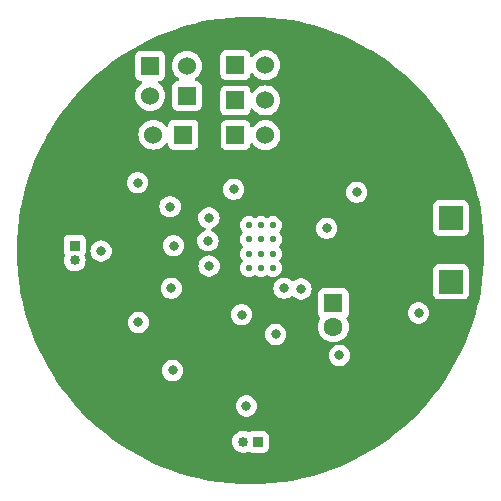
<source format=gbr>
%TF.GenerationSoftware,KiCad,Pcbnew,7.0.7*%
%TF.CreationDate,2024-10-25T00:06:54-07:00*%
%TF.ProjectId,PowerBoard_rev1.1,506f7765-7242-46f6-9172-645f72657631,rev?*%
%TF.SameCoordinates,Original*%
%TF.FileFunction,Copper,L3,Inr*%
%TF.FilePolarity,Positive*%
%FSLAX46Y46*%
G04 Gerber Fmt 4.6, Leading zero omitted, Abs format (unit mm)*
G04 Created by KiCad (PCBNEW 7.0.7) date 2024-10-25 00:06:54*
%MOMM*%
%LPD*%
G01*
G04 APERTURE LIST*
%TA.AperFunction,ComponentPad*%
%ADD10R,1.600000X1.600000*%
%TD*%
%TA.AperFunction,ComponentPad*%
%ADD11C,1.600000*%
%TD*%
%TA.AperFunction,ComponentPad*%
%ADD12R,1.530000X1.530000*%
%TD*%
%TA.AperFunction,ComponentPad*%
%ADD13C,1.530000*%
%TD*%
%TA.AperFunction,ComponentPad*%
%ADD14C,0.550000*%
%TD*%
%TA.AperFunction,ComponentPad*%
%ADD15R,0.850000X0.850000*%
%TD*%
%TA.AperFunction,ComponentPad*%
%ADD16C,0.850000*%
%TD*%
%TA.AperFunction,ComponentPad*%
%ADD17R,2.000000X2.000000*%
%TD*%
%TA.AperFunction,ViaPad*%
%ADD18C,0.800000*%
%TD*%
G04 APERTURE END LIST*
D10*
%TO.N,+BATT*%
%TO.C,C2*%
X149250400Y-80721200D03*
D11*
%TO.N,GND*%
X149250400Y-82721200D03*
%TD*%
D12*
%TO.N,Net-(U1-BOUT1)*%
%TO.C,J1*%
X140958500Y-60553600D03*
D13*
%TO.N,Net-(U1-BOUT2)*%
X143498500Y-60553600D03*
%TD*%
D12*
%TO.N,DRV_FAULT*%
%TO.C,J6*%
X133745700Y-60608900D03*
D13*
%TO.N,DRV_SLEEP*%
X133745700Y-63148900D03*
%TD*%
D14*
%TO.N,N/C*%
%TO.C,U1*%
X142119600Y-74117200D03*
X142119600Y-75317200D03*
X142119600Y-76517200D03*
X142119600Y-77717200D03*
X143119600Y-74117200D03*
X143119600Y-75317200D03*
X143119600Y-76517200D03*
X143119600Y-77717200D03*
X144119600Y-74117200D03*
X144119600Y-75317200D03*
X144119600Y-76517200D03*
X144119600Y-77717200D03*
%TD*%
D12*
%TO.N,MOTOR1_AIN2*%
%TO.C,J4*%
X136550400Y-66446400D03*
D13*
%TO.N,MOTOR1_AIN1*%
X134010400Y-66446400D03*
%TD*%
D12*
%TO.N,Net-(U1-AOUT1)*%
%TO.C,J2*%
X140958500Y-63550800D03*
D13*
%TO.N,Net-(U1-AOUT2)*%
X143498500Y-63550800D03*
%TD*%
D12*
%TO.N,GND*%
%TO.C,J3*%
X140965700Y-66486400D03*
D13*
%TO.N,VDC*%
X143505700Y-66486400D03*
%TD*%
D12*
%TO.N,MOTOR2_BIN2*%
%TO.C,J5*%
X136855700Y-63163900D03*
D13*
%TO.N,MOTOR2_BIN1*%
X136855700Y-60623900D03*
%TD*%
D15*
%TO.N,+BATT*%
%TO.C,J8*%
X127355600Y-75844400D03*
D16*
%TO.N,GND*%
X127355600Y-77094400D03*
%TD*%
D17*
%TO.N,Net-(D12-K)*%
%TO.C,TP6*%
X159207200Y-78892400D03*
%TD*%
D15*
%TO.N,+BATT*%
%TO.C,J7*%
X142864999Y-92448800D03*
D16*
%TO.N,GND*%
X141614999Y-92448800D03*
%TD*%
D17*
%TO.N,Net-(D11-K)*%
%TO.C,TP5*%
X159207200Y-73507600D03*
%TD*%
D18*
%TO.N,GND*%
X148691600Y-74371200D03*
X149758400Y-85140800D03*
X151231600Y-71323200D03*
X144373600Y-83362800D03*
X135636000Y-86410800D03*
X141884400Y-89408000D03*
X141478000Y-81686400D03*
X132740400Y-82346800D03*
X132689600Y-70510400D03*
X156464000Y-81534000D03*
X129590800Y-76301600D03*
X135534400Y-79451200D03*
X135432800Y-72542400D03*
%TO.N,MOTOR2_BIN2*%
X146507200Y-79502000D03*
%TO.N,MOTOR2_BIN1*%
X145084800Y-79451200D03*
%TO.N,VCC*%
X151739600Y-68580000D03*
X139344400Y-88087200D03*
X130048000Y-74930000D03*
X153365200Y-84124800D03*
X156057600Y-70510400D03*
%TO.N,Net-(U1-BOUT1)*%
X140817600Y-71069200D03*
X138734800Y-77571600D03*
%TO.N,Net-(U1-BOUT2)*%
X135737600Y-75844400D03*
%TO.N,Net-(U1-AOUT1)*%
X138709400Y-73482200D03*
%TO.N,Net-(U1-AOUT2)*%
X138632700Y-75431900D03*
%TD*%
%TA.AperFunction,Conductor*%
%TO.N,VCC*%
G36*
X143125523Y-56471206D02*
G01*
X143128212Y-56471327D01*
X144012060Y-56530918D01*
X144014716Y-56531157D01*
X144894991Y-56630340D01*
X144897651Y-56630701D01*
X145772572Y-56769275D01*
X145775226Y-56769757D01*
X146643028Y-56947440D01*
X146645712Y-56948054D01*
X147300917Y-57113150D01*
X147438404Y-57147794D01*
X147504625Y-57164480D01*
X147507300Y-57165218D01*
X148355634Y-57419962D01*
X148358244Y-57420811D01*
X149194317Y-57713366D01*
X149196922Y-57714344D01*
X150018970Y-58044091D01*
X150021522Y-58045181D01*
X150828005Y-58411503D01*
X150830474Y-58412693D01*
X151619691Y-58814819D01*
X151622141Y-58816137D01*
X152392501Y-59253255D01*
X152394890Y-59254682D01*
X152448076Y-59288101D01*
X153025257Y-59650768D01*
X153144879Y-59725931D01*
X153147188Y-59727455D01*
X153524324Y-59988736D01*
X153875276Y-60231876D01*
X153877527Y-60233512D01*
X154582259Y-60770096D01*
X154584407Y-60771810D01*
X155264358Y-61339473D01*
X155266453Y-61341304D01*
X155920239Y-61938890D01*
X155922250Y-61940813D01*
X156548551Y-62567114D01*
X156550474Y-62569125D01*
X157148060Y-63222911D01*
X157149891Y-63225006D01*
X157717554Y-63904957D01*
X157719272Y-63907111D01*
X157979620Y-64249043D01*
X158255852Y-64611837D01*
X158257488Y-64614088D01*
X158699902Y-65252675D01*
X158761900Y-65342163D01*
X158763433Y-65344485D01*
X159234682Y-66094474D01*
X159236109Y-66096863D01*
X159673227Y-66867223D01*
X159674545Y-66869673D01*
X160076671Y-67658890D01*
X160077870Y-67661378D01*
X160118987Y-67751900D01*
X160444180Y-68467836D01*
X160445273Y-68470394D01*
X160775020Y-69292442D01*
X160775998Y-69295047D01*
X161068553Y-70131120D01*
X161069410Y-70133757D01*
X161114841Y-70285048D01*
X161324143Y-70982056D01*
X161324884Y-70984739D01*
X161541310Y-71843652D01*
X161541930Y-71846365D01*
X161719602Y-72714111D01*
X161720095Y-72716828D01*
X161847381Y-73520477D01*
X161858657Y-73591671D01*
X161859028Y-73594411D01*
X161947122Y-74376261D01*
X161958202Y-74474601D01*
X161958449Y-74477344D01*
X162018034Y-75361102D01*
X162018159Y-75363882D01*
X162038033Y-76249408D01*
X162038033Y-76252192D01*
X162018159Y-77137717D01*
X162018034Y-77140491D01*
X161958449Y-78024251D01*
X161958202Y-78026995D01*
X161864529Y-78858378D01*
X161859031Y-78907170D01*
X161858657Y-78909928D01*
X161736869Y-79678871D01*
X161720099Y-79784750D01*
X161719602Y-79787488D01*
X161541930Y-80655234D01*
X161541310Y-80657947D01*
X161324884Y-81516860D01*
X161324143Y-81519543D01*
X161069413Y-82367833D01*
X161068553Y-82370479D01*
X160775998Y-83206552D01*
X160775020Y-83209157D01*
X160445273Y-84031205D01*
X160444180Y-84033763D01*
X160077879Y-84840202D01*
X160076671Y-84842709D01*
X159674545Y-85631926D01*
X159673227Y-85634376D01*
X159236109Y-86404736D01*
X159234682Y-86407125D01*
X158763433Y-87157114D01*
X158761900Y-87159436D01*
X158257488Y-87887511D01*
X158255852Y-87889762D01*
X157719289Y-88594467D01*
X157717554Y-88596642D01*
X157149891Y-89276593D01*
X157148060Y-89278688D01*
X156550474Y-89932474D01*
X156548551Y-89934485D01*
X155922250Y-90560786D01*
X155920239Y-90562709D01*
X155266453Y-91160295D01*
X155264358Y-91162126D01*
X154584407Y-91729789D01*
X154582232Y-91731524D01*
X153877527Y-92268087D01*
X153875276Y-92269723D01*
X153147201Y-92774135D01*
X153144879Y-92775668D01*
X152394890Y-93246917D01*
X152392501Y-93248344D01*
X151622141Y-93685462D01*
X151619691Y-93686780D01*
X150830474Y-94088906D01*
X150827967Y-94090114D01*
X150021528Y-94456415D01*
X150018970Y-94457508D01*
X149196922Y-94787255D01*
X149194317Y-94788233D01*
X148358244Y-95080788D01*
X148355598Y-95081648D01*
X147507308Y-95336378D01*
X147504625Y-95337119D01*
X146645712Y-95553545D01*
X146642999Y-95554165D01*
X145775253Y-95731837D01*
X145772528Y-95732331D01*
X145040861Y-95848216D01*
X144897693Y-95870892D01*
X144894947Y-95871264D01*
X144014763Y-95970437D01*
X144012016Y-95970684D01*
X143128256Y-96030269D01*
X143125482Y-96030394D01*
X142239955Y-96050268D01*
X142237173Y-96050268D01*
X141351647Y-96030394D01*
X141348875Y-96030269D01*
X140465109Y-95970684D01*
X140462373Y-95970437D01*
X139582176Y-95871263D01*
X139579440Y-95870892D01*
X138704593Y-95732330D01*
X138701876Y-95731837D01*
X137834130Y-95554165D01*
X137831417Y-95553545D01*
X136972504Y-95337119D01*
X136969821Y-95336378D01*
X136370166Y-95156309D01*
X136121522Y-95081645D01*
X136118885Y-95080788D01*
X135282812Y-94788233D01*
X135280207Y-94787255D01*
X134458159Y-94457508D01*
X134455601Y-94456415D01*
X134094309Y-94292308D01*
X133649143Y-94090105D01*
X133646655Y-94088906D01*
X132857438Y-93686780D01*
X132854988Y-93685462D01*
X132084628Y-93248344D01*
X132082239Y-93246917D01*
X131332250Y-92775668D01*
X131329928Y-92774135D01*
X130860335Y-92448800D01*
X140684401Y-92448800D01*
X140704737Y-92642283D01*
X140764855Y-92827310D01*
X140764856Y-92827311D01*
X140819331Y-92921664D01*
X140862129Y-92995792D01*
X140907475Y-93046154D01*
X140992301Y-93140364D01*
X140992304Y-93140366D01*
X140992307Y-93140369D01*
X141110351Y-93226133D01*
X141149701Y-93254723D01*
X141195252Y-93275003D01*
X141327428Y-93333851D01*
X141517725Y-93374300D01*
X141712273Y-93374300D01*
X141902570Y-93333851D01*
X142034746Y-93275002D01*
X142103994Y-93265719D01*
X142159490Y-93289016D01*
X142197667Y-93317595D01*
X142197670Y-93317597D01*
X142332516Y-93367891D01*
X142332515Y-93367891D01*
X142339443Y-93368635D01*
X142392126Y-93374300D01*
X143337871Y-93374299D01*
X143397482Y-93367891D01*
X143532330Y-93317596D01*
X143647545Y-93231346D01*
X143733795Y-93116131D01*
X143784090Y-92981283D01*
X143790499Y-92921673D01*
X143790498Y-91975928D01*
X143784090Y-91916317D01*
X143778678Y-91901808D01*
X143733796Y-91781471D01*
X143733792Y-91781464D01*
X143647546Y-91666255D01*
X143647543Y-91666252D01*
X143532334Y-91580006D01*
X143532327Y-91580002D01*
X143397481Y-91529708D01*
X143397482Y-91529708D01*
X143337882Y-91523301D01*
X143337880Y-91523300D01*
X143337872Y-91523300D01*
X143337863Y-91523300D01*
X142392128Y-91523300D01*
X142392122Y-91523301D01*
X142332515Y-91529708D01*
X142197670Y-91580002D01*
X142197664Y-91580005D01*
X142159488Y-91608584D01*
X142094024Y-91633000D01*
X142034744Y-91622596D01*
X141939084Y-91580006D01*
X141902570Y-91563749D01*
X141902568Y-91563748D01*
X141712273Y-91523300D01*
X141517725Y-91523300D01*
X141327430Y-91563748D01*
X141149701Y-91642876D01*
X140992304Y-91757233D01*
X140992301Y-91757235D01*
X140862128Y-91901809D01*
X140764856Y-92070288D01*
X140764855Y-92070289D01*
X140704737Y-92255316D01*
X140684401Y-92448800D01*
X130860335Y-92448800D01*
X130601853Y-92269723D01*
X130599602Y-92268087D01*
X130215883Y-91975923D01*
X129894876Y-91731507D01*
X129892722Y-91729789D01*
X129212771Y-91162126D01*
X129210676Y-91160295D01*
X128556890Y-90562709D01*
X128554879Y-90560786D01*
X127928578Y-89934485D01*
X127926655Y-89932474D01*
X127447265Y-89408000D01*
X140978940Y-89408000D01*
X140998726Y-89596256D01*
X140998727Y-89596259D01*
X141057218Y-89776277D01*
X141057221Y-89776284D01*
X141151867Y-89940216D01*
X141256379Y-90056288D01*
X141278529Y-90080888D01*
X141431665Y-90192148D01*
X141431670Y-90192151D01*
X141604592Y-90269142D01*
X141604597Y-90269144D01*
X141789754Y-90308500D01*
X141789755Y-90308500D01*
X141979044Y-90308500D01*
X141979046Y-90308500D01*
X142164203Y-90269144D01*
X142337130Y-90192151D01*
X142490271Y-90080888D01*
X142616933Y-89940216D01*
X142711579Y-89776284D01*
X142770074Y-89596256D01*
X142789860Y-89408000D01*
X142770074Y-89219744D01*
X142711579Y-89039716D01*
X142616933Y-88875784D01*
X142490271Y-88735112D01*
X142490270Y-88735111D01*
X142337134Y-88623851D01*
X142337129Y-88623848D01*
X142164207Y-88546857D01*
X142164202Y-88546855D01*
X142018400Y-88515865D01*
X141979046Y-88507500D01*
X141789754Y-88507500D01*
X141757297Y-88514398D01*
X141604597Y-88546855D01*
X141604592Y-88546857D01*
X141431670Y-88623848D01*
X141431665Y-88623851D01*
X141278529Y-88735111D01*
X141151866Y-88875785D01*
X141057221Y-89039715D01*
X141057218Y-89039722D01*
X140998727Y-89219740D01*
X140998726Y-89219744D01*
X140978940Y-89408000D01*
X127447265Y-89408000D01*
X127329069Y-89278688D01*
X127327238Y-89276593D01*
X126759575Y-88596642D01*
X126757861Y-88594494D01*
X126221277Y-87889762D01*
X126219641Y-87887511D01*
X125793175Y-87271944D01*
X125715220Y-87159423D01*
X125713696Y-87157114D01*
X125667559Y-87083688D01*
X125244756Y-86410800D01*
X134730540Y-86410800D01*
X134750326Y-86599056D01*
X134750327Y-86599059D01*
X134808818Y-86779077D01*
X134808821Y-86779084D01*
X134903467Y-86943016D01*
X135030128Y-87083688D01*
X135030129Y-87083688D01*
X135183265Y-87194948D01*
X135183270Y-87194951D01*
X135356192Y-87271942D01*
X135356197Y-87271944D01*
X135541354Y-87311300D01*
X135541355Y-87311300D01*
X135730644Y-87311300D01*
X135730646Y-87311300D01*
X135915803Y-87271944D01*
X136088730Y-87194951D01*
X136241871Y-87083688D01*
X136368533Y-86943016D01*
X136463179Y-86779084D01*
X136521674Y-86599056D01*
X136541460Y-86410800D01*
X136521674Y-86222544D01*
X136463179Y-86042516D01*
X136368533Y-85878584D01*
X136241871Y-85737912D01*
X136191863Y-85701579D01*
X136088734Y-85626651D01*
X136088729Y-85626648D01*
X135915807Y-85549657D01*
X135915802Y-85549655D01*
X135770001Y-85518665D01*
X135730646Y-85510300D01*
X135541354Y-85510300D01*
X135508897Y-85517198D01*
X135356197Y-85549655D01*
X135356192Y-85549657D01*
X135183270Y-85626648D01*
X135183265Y-85626651D01*
X135030129Y-85737911D01*
X134903466Y-85878585D01*
X134808821Y-86042515D01*
X134808818Y-86042522D01*
X134750327Y-86222540D01*
X134750326Y-86222544D01*
X134730540Y-86410800D01*
X125244756Y-86410800D01*
X125242447Y-86407125D01*
X125241020Y-86404736D01*
X124968780Y-85924951D01*
X124803896Y-85634366D01*
X124802584Y-85631926D01*
X124552343Y-85140800D01*
X148852940Y-85140800D01*
X148872726Y-85329056D01*
X148872727Y-85329059D01*
X148931218Y-85509077D01*
X148931221Y-85509084D01*
X149025867Y-85673016D01*
X149084299Y-85737911D01*
X149152529Y-85813688D01*
X149305665Y-85924948D01*
X149305670Y-85924951D01*
X149478592Y-86001942D01*
X149478597Y-86001944D01*
X149663754Y-86041300D01*
X149663755Y-86041300D01*
X149853044Y-86041300D01*
X149853046Y-86041300D01*
X150038203Y-86001944D01*
X150211130Y-85924951D01*
X150364271Y-85813688D01*
X150490933Y-85673016D01*
X150585579Y-85509084D01*
X150644074Y-85329056D01*
X150663860Y-85140800D01*
X150644074Y-84952544D01*
X150585579Y-84772516D01*
X150490933Y-84608584D01*
X150364271Y-84467912D01*
X150364270Y-84467911D01*
X150211134Y-84356651D01*
X150211129Y-84356648D01*
X150038207Y-84279657D01*
X150038202Y-84279655D01*
X149892400Y-84248665D01*
X149853046Y-84240300D01*
X149663754Y-84240300D01*
X149631297Y-84247198D01*
X149478597Y-84279655D01*
X149478592Y-84279657D01*
X149305670Y-84356648D01*
X149305665Y-84356651D01*
X149152529Y-84467911D01*
X149025866Y-84608585D01*
X148931221Y-84772515D01*
X148931218Y-84772522D01*
X148872727Y-84952540D01*
X148872726Y-84952544D01*
X148852940Y-85140800D01*
X124552343Y-85140800D01*
X124400458Y-84842709D01*
X124399268Y-84840240D01*
X124032946Y-84033757D01*
X124031856Y-84031205D01*
X123763740Y-83362800D01*
X143468140Y-83362800D01*
X143487926Y-83551056D01*
X143487927Y-83551059D01*
X143546418Y-83731077D01*
X143546421Y-83731084D01*
X143641067Y-83895016D01*
X143764858Y-84032499D01*
X143767729Y-84035688D01*
X143920865Y-84146948D01*
X143920870Y-84146951D01*
X144093792Y-84223942D01*
X144093797Y-84223944D01*
X144278954Y-84263300D01*
X144278955Y-84263300D01*
X144468244Y-84263300D01*
X144468246Y-84263300D01*
X144653403Y-84223944D01*
X144826330Y-84146951D01*
X144979471Y-84035688D01*
X145106133Y-83895016D01*
X145200779Y-83731084D01*
X145259274Y-83551056D01*
X145279060Y-83362800D01*
X145259274Y-83174544D01*
X145200779Y-82994516D01*
X145106133Y-82830584D01*
X145007644Y-82721201D01*
X147944932Y-82721201D01*
X147964764Y-82947886D01*
X147964766Y-82947897D01*
X148023658Y-83167688D01*
X148023661Y-83167697D01*
X148119831Y-83373932D01*
X148119832Y-83373934D01*
X148250354Y-83560341D01*
X148411258Y-83721245D01*
X148411261Y-83721247D01*
X148597666Y-83851768D01*
X148803904Y-83947939D01*
X149023708Y-84006835D01*
X149185630Y-84021001D01*
X149250398Y-84026668D01*
X149250400Y-84026668D01*
X149250402Y-84026668D01*
X149307072Y-84021709D01*
X149477092Y-84006835D01*
X149696896Y-83947939D01*
X149903134Y-83851768D01*
X150089539Y-83721247D01*
X150250447Y-83560339D01*
X150380968Y-83373934D01*
X150477139Y-83167696D01*
X150536035Y-82947892D01*
X150555868Y-82721200D01*
X150536035Y-82494508D01*
X150477139Y-82274704D01*
X150380968Y-82068466D01*
X150380967Y-82068464D01*
X150371989Y-82055642D01*
X150349662Y-81989435D01*
X150366673Y-81921668D01*
X150399255Y-81885251D01*
X150407946Y-81878746D01*
X150494196Y-81763531D01*
X150544491Y-81628683D01*
X150550900Y-81569073D01*
X150550900Y-81534000D01*
X155558540Y-81534000D01*
X155578326Y-81722256D01*
X155578327Y-81722259D01*
X155636818Y-81902277D01*
X155636821Y-81902284D01*
X155731467Y-82066216D01*
X155814596Y-82158540D01*
X155858129Y-82206888D01*
X156011265Y-82318148D01*
X156011270Y-82318151D01*
X156184192Y-82395142D01*
X156184197Y-82395144D01*
X156369354Y-82434500D01*
X156369355Y-82434500D01*
X156558644Y-82434500D01*
X156558646Y-82434500D01*
X156743803Y-82395144D01*
X156916730Y-82318151D01*
X157069871Y-82206888D01*
X157196533Y-82066216D01*
X157291179Y-81902284D01*
X157349674Y-81722256D01*
X157369460Y-81534000D01*
X157349674Y-81345744D01*
X157291179Y-81165716D01*
X157196533Y-81001784D01*
X157069871Y-80861112D01*
X157020521Y-80825257D01*
X156916734Y-80749851D01*
X156916729Y-80749848D01*
X156743807Y-80672857D01*
X156743802Y-80672855D01*
X156598001Y-80641865D01*
X156558646Y-80633500D01*
X156369354Y-80633500D01*
X156336897Y-80640398D01*
X156184197Y-80672855D01*
X156184192Y-80672857D01*
X156011270Y-80749848D01*
X156011265Y-80749851D01*
X155858129Y-80861111D01*
X155731466Y-81001785D01*
X155636821Y-81165715D01*
X155636818Y-81165722D01*
X155587303Y-81318115D01*
X155578326Y-81345744D01*
X155558540Y-81534000D01*
X150550900Y-81534000D01*
X150550899Y-79940270D01*
X157706700Y-79940270D01*
X157706701Y-79940276D01*
X157713108Y-79999883D01*
X157763402Y-80134728D01*
X157763406Y-80134735D01*
X157849652Y-80249944D01*
X157849655Y-80249947D01*
X157964864Y-80336193D01*
X157964871Y-80336197D01*
X158099717Y-80386491D01*
X158099716Y-80386491D01*
X158106644Y-80387235D01*
X158159327Y-80392900D01*
X160255072Y-80392899D01*
X160314683Y-80386491D01*
X160449531Y-80336196D01*
X160564746Y-80249946D01*
X160650996Y-80134731D01*
X160701291Y-79999883D01*
X160707700Y-79940273D01*
X160707699Y-77844528D01*
X160701291Y-77784917D01*
X160676035Y-77717203D01*
X160650997Y-77650071D01*
X160650993Y-77650064D01*
X160564747Y-77534855D01*
X160564744Y-77534852D01*
X160449535Y-77448606D01*
X160449528Y-77448602D01*
X160314682Y-77398308D01*
X160314683Y-77398308D01*
X160255083Y-77391901D01*
X160255081Y-77391900D01*
X160255073Y-77391900D01*
X160255064Y-77391900D01*
X158159329Y-77391900D01*
X158159323Y-77391901D01*
X158099716Y-77398308D01*
X157964871Y-77448602D01*
X157964864Y-77448606D01*
X157849655Y-77534852D01*
X157849652Y-77534855D01*
X157763406Y-77650064D01*
X157763402Y-77650071D01*
X157713108Y-77784917D01*
X157706701Y-77844516D01*
X157706701Y-77844523D01*
X157706700Y-77844535D01*
X157706700Y-79940270D01*
X150550899Y-79940270D01*
X150550899Y-79873328D01*
X150544491Y-79813717D01*
X150534708Y-79787488D01*
X150494197Y-79678871D01*
X150494193Y-79678864D01*
X150407947Y-79563655D01*
X150407944Y-79563652D01*
X150292735Y-79477406D01*
X150292728Y-79477402D01*
X150157882Y-79427108D01*
X150157883Y-79427108D01*
X150098283Y-79420701D01*
X150098281Y-79420700D01*
X150098273Y-79420700D01*
X150098264Y-79420700D01*
X148402529Y-79420700D01*
X148402523Y-79420701D01*
X148342916Y-79427108D01*
X148208071Y-79477402D01*
X148208064Y-79477406D01*
X148092855Y-79563652D01*
X148092852Y-79563655D01*
X148006606Y-79678864D01*
X148006602Y-79678871D01*
X147956308Y-79813717D01*
X147950228Y-79870277D01*
X147949901Y-79873323D01*
X147949900Y-79873335D01*
X147949900Y-81569070D01*
X147949901Y-81569076D01*
X147956308Y-81628683D01*
X148006602Y-81763528D01*
X148006606Y-81763535D01*
X148092852Y-81878744D01*
X148092853Y-81878745D01*
X148092854Y-81878746D01*
X148101542Y-81885250D01*
X148101545Y-81885252D01*
X148143417Y-81941185D01*
X148148401Y-82010877D01*
X148128815Y-82055635D01*
X148119834Y-82068462D01*
X148119831Y-82068467D01*
X148023661Y-82274702D01*
X148023658Y-82274711D01*
X147964766Y-82494502D01*
X147964764Y-82494513D01*
X147944932Y-82721198D01*
X147944932Y-82721201D01*
X145007644Y-82721201D01*
X144979471Y-82689912D01*
X144979470Y-82689911D01*
X144826334Y-82578651D01*
X144826329Y-82578648D01*
X144653407Y-82501657D01*
X144653402Y-82501655D01*
X144507050Y-82470548D01*
X144468246Y-82462300D01*
X144278954Y-82462300D01*
X144246497Y-82469198D01*
X144093797Y-82501655D01*
X144093792Y-82501657D01*
X143920870Y-82578648D01*
X143920865Y-82578651D01*
X143767729Y-82689911D01*
X143641066Y-82830585D01*
X143546421Y-82994515D01*
X143546418Y-82994522D01*
X143487927Y-83174540D01*
X143487926Y-83174544D01*
X143468140Y-83362800D01*
X123763740Y-83362800D01*
X123702109Y-83209157D01*
X123701131Y-83206552D01*
X123408576Y-82370479D01*
X123407727Y-82367869D01*
X123401400Y-82346800D01*
X131834940Y-82346800D01*
X131854726Y-82535056D01*
X131854727Y-82535059D01*
X131913218Y-82715077D01*
X131913221Y-82715084D01*
X132007867Y-82879016D01*
X132134528Y-83019688D01*
X132134529Y-83019688D01*
X132287665Y-83130948D01*
X132287670Y-83130951D01*
X132460592Y-83207942D01*
X132460597Y-83207944D01*
X132645754Y-83247300D01*
X132645755Y-83247300D01*
X132835044Y-83247300D01*
X132835046Y-83247300D01*
X133020203Y-83207944D01*
X133193130Y-83130951D01*
X133346271Y-83019688D01*
X133472933Y-82879016D01*
X133567579Y-82715084D01*
X133626074Y-82535056D01*
X133645860Y-82346800D01*
X133626074Y-82158544D01*
X133567579Y-81978516D01*
X133472933Y-81814584D01*
X133357515Y-81686400D01*
X140572540Y-81686400D01*
X140592326Y-81874656D01*
X140592327Y-81874659D01*
X140650818Y-82054677D01*
X140650821Y-82054684D01*
X140745467Y-82218616D01*
X140835089Y-82318151D01*
X140872129Y-82359288D01*
X141025265Y-82470548D01*
X141025270Y-82470551D01*
X141198192Y-82547542D01*
X141198197Y-82547544D01*
X141383354Y-82586900D01*
X141383355Y-82586900D01*
X141572644Y-82586900D01*
X141572646Y-82586900D01*
X141757803Y-82547544D01*
X141930730Y-82470551D01*
X142083871Y-82359288D01*
X142210533Y-82218616D01*
X142305179Y-82054684D01*
X142363674Y-81874656D01*
X142383460Y-81686400D01*
X142363674Y-81498144D01*
X142305179Y-81318116D01*
X142210533Y-81154184D01*
X142083871Y-81013512D01*
X142083870Y-81013511D01*
X141930734Y-80902251D01*
X141930729Y-80902248D01*
X141757807Y-80825257D01*
X141757802Y-80825255D01*
X141612000Y-80794265D01*
X141572646Y-80785900D01*
X141383354Y-80785900D01*
X141350897Y-80792798D01*
X141198197Y-80825255D01*
X141198192Y-80825257D01*
X141025270Y-80902248D01*
X141025265Y-80902251D01*
X140872129Y-81013511D01*
X140745466Y-81154185D01*
X140650821Y-81318115D01*
X140650818Y-81318122D01*
X140596383Y-81485657D01*
X140592326Y-81498144D01*
X140572540Y-81686400D01*
X133357515Y-81686400D01*
X133346271Y-81673912D01*
X133346270Y-81673911D01*
X133193134Y-81562651D01*
X133193129Y-81562648D01*
X133020207Y-81485657D01*
X133020202Y-81485655D01*
X132874400Y-81454665D01*
X132835046Y-81446300D01*
X132645754Y-81446300D01*
X132613297Y-81453198D01*
X132460597Y-81485655D01*
X132460592Y-81485657D01*
X132287670Y-81562648D01*
X132287665Y-81562651D01*
X132134529Y-81673911D01*
X132007866Y-81814585D01*
X131913221Y-81978515D01*
X131913218Y-81978522D01*
X131854727Y-82158540D01*
X131854726Y-82158544D01*
X131834940Y-82346800D01*
X123401400Y-82346800D01*
X123152983Y-81519535D01*
X123152245Y-81516860D01*
X122935819Y-80657947D01*
X122935205Y-80655263D01*
X122757522Y-79787461D01*
X122757040Y-79784807D01*
X122704202Y-79451200D01*
X134628940Y-79451200D01*
X134648726Y-79639456D01*
X134648727Y-79639459D01*
X134707218Y-79819477D01*
X134707221Y-79819484D01*
X134801867Y-79983416D01*
X134845734Y-80032135D01*
X134928529Y-80124088D01*
X135081665Y-80235348D01*
X135081670Y-80235351D01*
X135254592Y-80312342D01*
X135254597Y-80312344D01*
X135439754Y-80351700D01*
X135439755Y-80351700D01*
X135629044Y-80351700D01*
X135629046Y-80351700D01*
X135814203Y-80312344D01*
X135987130Y-80235351D01*
X136140271Y-80124088D01*
X136266933Y-79983416D01*
X136361579Y-79819484D01*
X136420074Y-79639456D01*
X136439860Y-79451200D01*
X144179340Y-79451200D01*
X144199126Y-79639456D01*
X144199127Y-79639459D01*
X144257618Y-79819477D01*
X144257621Y-79819484D01*
X144352267Y-79983416D01*
X144396134Y-80032135D01*
X144478929Y-80124088D01*
X144632065Y-80235348D01*
X144632070Y-80235351D01*
X144804992Y-80312342D01*
X144804997Y-80312344D01*
X144990154Y-80351700D01*
X144990155Y-80351700D01*
X145179444Y-80351700D01*
X145179446Y-80351700D01*
X145364603Y-80312344D01*
X145537530Y-80235351D01*
X145690671Y-80124088D01*
X145690670Y-80124088D01*
X145695929Y-80120268D01*
X145696872Y-80121566D01*
X145752569Y-80094826D01*
X145821906Y-80103439D01*
X145864717Y-80134226D01*
X145901329Y-80174888D01*
X145901332Y-80174890D01*
X146054465Y-80286148D01*
X146054470Y-80286151D01*
X146227392Y-80363142D01*
X146227397Y-80363144D01*
X146412554Y-80402500D01*
X146412555Y-80402500D01*
X146601844Y-80402500D01*
X146601846Y-80402500D01*
X146787003Y-80363144D01*
X146959930Y-80286151D01*
X147113071Y-80174888D01*
X147239733Y-80034216D01*
X147334379Y-79870284D01*
X147392874Y-79690256D01*
X147412660Y-79502000D01*
X147392874Y-79313744D01*
X147334379Y-79133716D01*
X147239733Y-78969784D01*
X147113071Y-78829112D01*
X147043151Y-78778312D01*
X146959934Y-78717851D01*
X146959929Y-78717848D01*
X146787007Y-78640857D01*
X146787002Y-78640855D01*
X146641201Y-78609865D01*
X146601846Y-78601500D01*
X146412554Y-78601500D01*
X146380097Y-78608398D01*
X146227397Y-78640855D01*
X146227392Y-78640857D01*
X146054470Y-78717848D01*
X146054465Y-78717851D01*
X145896071Y-78832931D01*
X145895131Y-78831637D01*
X145839396Y-78858378D01*
X145770061Y-78849745D01*
X145727278Y-78818968D01*
X145690670Y-78778311D01*
X145537534Y-78667051D01*
X145537529Y-78667048D01*
X145364607Y-78590057D01*
X145364602Y-78590055D01*
X145218800Y-78559065D01*
X145179446Y-78550700D01*
X144990154Y-78550700D01*
X144957697Y-78557598D01*
X144804997Y-78590055D01*
X144804992Y-78590057D01*
X144632070Y-78667048D01*
X144632065Y-78667051D01*
X144478929Y-78778311D01*
X144352266Y-78918985D01*
X144257621Y-79082915D01*
X144257618Y-79082922D01*
X144199127Y-79262940D01*
X144199126Y-79262944D01*
X144179340Y-79451200D01*
X136439860Y-79451200D01*
X136420074Y-79262944D01*
X136361579Y-79082916D01*
X136266933Y-78918984D01*
X136140271Y-78778312D01*
X136140270Y-78778311D01*
X135987134Y-78667051D01*
X135987129Y-78667048D01*
X135814207Y-78590057D01*
X135814202Y-78590055D01*
X135668400Y-78559065D01*
X135629046Y-78550700D01*
X135439754Y-78550700D01*
X135407297Y-78557598D01*
X135254597Y-78590055D01*
X135254592Y-78590057D01*
X135081670Y-78667048D01*
X135081665Y-78667051D01*
X134928529Y-78778311D01*
X134801866Y-78918985D01*
X134707221Y-79082915D01*
X134707218Y-79082922D01*
X134648727Y-79262940D01*
X134648726Y-79262944D01*
X134628940Y-79451200D01*
X122704202Y-79451200D01*
X122618466Y-78909886D01*
X122618105Y-78907226D01*
X122518922Y-78026951D01*
X122518683Y-78024295D01*
X122459092Y-77140447D01*
X122458971Y-77137758D01*
X122457998Y-77094400D01*
X126425002Y-77094400D01*
X126445338Y-77287883D01*
X126505456Y-77472910D01*
X126505457Y-77472911D01*
X126585759Y-77611997D01*
X126602730Y-77641392D01*
X126610543Y-77650069D01*
X126732902Y-77785964D01*
X126732905Y-77785966D01*
X126732908Y-77785969D01*
X126813509Y-77844529D01*
X126890302Y-77900323D01*
X126958526Y-77930697D01*
X127068029Y-77979451D01*
X127258326Y-78019900D01*
X127452874Y-78019900D01*
X127643171Y-77979451D01*
X127820899Y-77900322D01*
X127978292Y-77785969D01*
X127979240Y-77784917D01*
X128040209Y-77717203D01*
X128108470Y-77641392D01*
X128148764Y-77571600D01*
X137829340Y-77571600D01*
X137849126Y-77759856D01*
X137849127Y-77759859D01*
X137907618Y-77939877D01*
X137907621Y-77939884D01*
X138002267Y-78103816D01*
X138092272Y-78203776D01*
X138128929Y-78244488D01*
X138282065Y-78355748D01*
X138282070Y-78355751D01*
X138454992Y-78432742D01*
X138454997Y-78432744D01*
X138640154Y-78472100D01*
X138640155Y-78472100D01*
X138829444Y-78472100D01*
X138829446Y-78472100D01*
X139014603Y-78432744D01*
X139187530Y-78355751D01*
X139340671Y-78244488D01*
X139467333Y-78103816D01*
X139561979Y-77939884D01*
X139620474Y-77759856D01*
X139624957Y-77717203D01*
X141339193Y-77717203D01*
X141358757Y-77890848D01*
X141358759Y-77890858D01*
X141405428Y-78024227D01*
X141416478Y-78055806D01*
X141509453Y-78203776D01*
X141633024Y-78327347D01*
X141780994Y-78420322D01*
X141945943Y-78478041D01*
X141945949Y-78478041D01*
X141945951Y-78478042D01*
X142119596Y-78497607D01*
X142119600Y-78497607D01*
X142119604Y-78497607D01*
X142293248Y-78478042D01*
X142293247Y-78478042D01*
X142293257Y-78478041D01*
X142458206Y-78420322D01*
X142553630Y-78360363D01*
X142620865Y-78341364D01*
X142685569Y-78360363D01*
X142780994Y-78420322D01*
X142945943Y-78478041D01*
X142945949Y-78478041D01*
X142945951Y-78478042D01*
X143119596Y-78497607D01*
X143119600Y-78497607D01*
X143119604Y-78497607D01*
X143293248Y-78478042D01*
X143293247Y-78478042D01*
X143293257Y-78478041D01*
X143458206Y-78420322D01*
X143553630Y-78360363D01*
X143620865Y-78341364D01*
X143685569Y-78360363D01*
X143780994Y-78420322D01*
X143945943Y-78478041D01*
X143945949Y-78478041D01*
X143945951Y-78478042D01*
X144119596Y-78497607D01*
X144119600Y-78497607D01*
X144119604Y-78497607D01*
X144293248Y-78478042D01*
X144293247Y-78478042D01*
X144293257Y-78478041D01*
X144458206Y-78420322D01*
X144606176Y-78327347D01*
X144729747Y-78203776D01*
X144822722Y-78055806D01*
X144880441Y-77890857D01*
X144885661Y-77844527D01*
X144900007Y-77717203D01*
X144900007Y-77717196D01*
X144880442Y-77543551D01*
X144880441Y-77543549D01*
X144880441Y-77543543D01*
X144822722Y-77378594D01*
X144729747Y-77230624D01*
X144729745Y-77230622D01*
X144729744Y-77230620D01*
X144704004Y-77204880D01*
X144670519Y-77143557D01*
X144675503Y-77073865D01*
X144704001Y-77029520D01*
X144729747Y-77003776D01*
X144822722Y-76855806D01*
X144880441Y-76690857D01*
X144900007Y-76517200D01*
X144899390Y-76511728D01*
X144880442Y-76343551D01*
X144880441Y-76343549D01*
X144880441Y-76343543D01*
X144822722Y-76178594D01*
X144729747Y-76030624D01*
X144704004Y-76004881D01*
X144670519Y-75943558D01*
X144675503Y-75873866D01*
X144704004Y-75829519D01*
X144729747Y-75803776D01*
X144822722Y-75655806D01*
X144880441Y-75490857D01*
X144893886Y-75371527D01*
X144900007Y-75317203D01*
X144900007Y-75317196D01*
X144880442Y-75143551D01*
X144880441Y-75143549D01*
X144880441Y-75143543D01*
X144822722Y-74978594D01*
X144729747Y-74830624D01*
X144704004Y-74804881D01*
X144670519Y-74743558D01*
X144675503Y-74673866D01*
X144704004Y-74629519D01*
X144704005Y-74629518D01*
X144729747Y-74603776D01*
X144822722Y-74455806D01*
X144852327Y-74371200D01*
X147786140Y-74371200D01*
X147805926Y-74559456D01*
X147805927Y-74559459D01*
X147864418Y-74739477D01*
X147864421Y-74739484D01*
X147959067Y-74903416D01*
X148053324Y-75008099D01*
X148085729Y-75044088D01*
X148238865Y-75155348D01*
X148238870Y-75155351D01*
X148411792Y-75232342D01*
X148411797Y-75232344D01*
X148596954Y-75271700D01*
X148596955Y-75271700D01*
X148786244Y-75271700D01*
X148786246Y-75271700D01*
X148971403Y-75232344D01*
X149144330Y-75155351D01*
X149297471Y-75044088D01*
X149424133Y-74903416D01*
X149518779Y-74739484D01*
X149577274Y-74559456D01*
X149577693Y-74555470D01*
X157706700Y-74555470D01*
X157706701Y-74555476D01*
X157713108Y-74615083D01*
X157763402Y-74749928D01*
X157763406Y-74749935D01*
X157849652Y-74865144D01*
X157849655Y-74865147D01*
X157964864Y-74951393D01*
X157964871Y-74951397D01*
X158099717Y-75001691D01*
X158099716Y-75001691D01*
X158106644Y-75002435D01*
X158159327Y-75008100D01*
X160255072Y-75008099D01*
X160314683Y-75001691D01*
X160449531Y-74951396D01*
X160564746Y-74865146D01*
X160650996Y-74749931D01*
X160701291Y-74615083D01*
X160707700Y-74555473D01*
X160707699Y-72459728D01*
X160701291Y-72400117D01*
X160684144Y-72354144D01*
X160650997Y-72265271D01*
X160650993Y-72265264D01*
X160564747Y-72150055D01*
X160564744Y-72150052D01*
X160449535Y-72063806D01*
X160449528Y-72063802D01*
X160314682Y-72013508D01*
X160314683Y-72013508D01*
X160255083Y-72007101D01*
X160255081Y-72007100D01*
X160255073Y-72007100D01*
X160255064Y-72007100D01*
X158159329Y-72007100D01*
X158159323Y-72007101D01*
X158099716Y-72013508D01*
X157964871Y-72063802D01*
X157964864Y-72063806D01*
X157849655Y-72150052D01*
X157849652Y-72150055D01*
X157763406Y-72265264D01*
X157763402Y-72265271D01*
X157713108Y-72400117D01*
X157706701Y-72459716D01*
X157706701Y-72459723D01*
X157706700Y-72459735D01*
X157706700Y-74555470D01*
X149577693Y-74555470D01*
X149597060Y-74371200D01*
X149577274Y-74182944D01*
X149518779Y-74002916D01*
X149424133Y-73838984D01*
X149297471Y-73698312D01*
X149297470Y-73698311D01*
X149144334Y-73587051D01*
X149144329Y-73587048D01*
X148971407Y-73510057D01*
X148971402Y-73510055D01*
X148825600Y-73479065D01*
X148786246Y-73470700D01*
X148596954Y-73470700D01*
X148581264Y-73474035D01*
X148411797Y-73510055D01*
X148411792Y-73510057D01*
X148238870Y-73587048D01*
X148238865Y-73587051D01*
X148085729Y-73698311D01*
X147959066Y-73838985D01*
X147864421Y-74002915D01*
X147864418Y-74002922D01*
X147814977Y-74155088D01*
X147805926Y-74182944D01*
X147786140Y-74371200D01*
X144852327Y-74371200D01*
X144880441Y-74290857D01*
X144900007Y-74117200D01*
X144888426Y-74014416D01*
X144880442Y-73943551D01*
X144880441Y-73943549D01*
X144880441Y-73943543D01*
X144822722Y-73778594D01*
X144729747Y-73630624D01*
X144606176Y-73507053D01*
X144458206Y-73414078D01*
X144458205Y-73414077D01*
X144458204Y-73414077D01*
X144293258Y-73356359D01*
X144293248Y-73356357D01*
X144119604Y-73336793D01*
X144119596Y-73336793D01*
X143945951Y-73356357D01*
X143945941Y-73356359D01*
X143780992Y-73414078D01*
X143685571Y-73474035D01*
X143618334Y-73493035D01*
X143553629Y-73474035D01*
X143458207Y-73414078D01*
X143293258Y-73356359D01*
X143293248Y-73356357D01*
X143119604Y-73336793D01*
X143119596Y-73336793D01*
X142945951Y-73356357D01*
X142945941Y-73356359D01*
X142780992Y-73414078D01*
X142685571Y-73474035D01*
X142618334Y-73493035D01*
X142553629Y-73474035D01*
X142458207Y-73414078D01*
X142293258Y-73356359D01*
X142293248Y-73356357D01*
X142119604Y-73336793D01*
X142119596Y-73336793D01*
X141945951Y-73356357D01*
X141945941Y-73356359D01*
X141780995Y-73414077D01*
X141633023Y-73507053D01*
X141509453Y-73630623D01*
X141416477Y-73778595D01*
X141358759Y-73943541D01*
X141358757Y-73943551D01*
X141339193Y-74117196D01*
X141339193Y-74117203D01*
X141358757Y-74290848D01*
X141358759Y-74290858D01*
X141412035Y-74443110D01*
X141416478Y-74455806D01*
X141479104Y-74555476D01*
X141509453Y-74603776D01*
X141535195Y-74629518D01*
X141568680Y-74690841D01*
X141563696Y-74760533D01*
X141535197Y-74804879D01*
X141509454Y-74830622D01*
X141416477Y-74978595D01*
X141358759Y-75143541D01*
X141358757Y-75143551D01*
X141339193Y-75317196D01*
X141339193Y-75317203D01*
X141358757Y-75490848D01*
X141358759Y-75490858D01*
X141404003Y-75620156D01*
X141416478Y-75655806D01*
X141487843Y-75769384D01*
X141509453Y-75803776D01*
X141535196Y-75829519D01*
X141568681Y-75890842D01*
X141563697Y-75960534D01*
X141535196Y-76004881D01*
X141509453Y-76030623D01*
X141416477Y-76178595D01*
X141358759Y-76343541D01*
X141358757Y-76343551D01*
X141339193Y-76517196D01*
X141339193Y-76517203D01*
X141358757Y-76690848D01*
X141358759Y-76690858D01*
X141408783Y-76833816D01*
X141416478Y-76855806D01*
X141444822Y-76900916D01*
X141509453Y-77003776D01*
X141535196Y-77029519D01*
X141568681Y-77090842D01*
X141563697Y-77160534D01*
X141535196Y-77204881D01*
X141509453Y-77230623D01*
X141416477Y-77378595D01*
X141358759Y-77543541D01*
X141358757Y-77543551D01*
X141339193Y-77717196D01*
X141339193Y-77717203D01*
X139624957Y-77717203D01*
X139640260Y-77571600D01*
X139620474Y-77383344D01*
X139561979Y-77203316D01*
X139467333Y-77039384D01*
X139340671Y-76898712D01*
X139281616Y-76855806D01*
X139187534Y-76787451D01*
X139187529Y-76787448D01*
X139014607Y-76710457D01*
X139014602Y-76710455D01*
X138868801Y-76679465D01*
X138829446Y-76671100D01*
X138640154Y-76671100D01*
X138607697Y-76677998D01*
X138454997Y-76710455D01*
X138454992Y-76710457D01*
X138282070Y-76787448D01*
X138282065Y-76787451D01*
X138128929Y-76898711D01*
X138002266Y-77039385D01*
X137907621Y-77203315D01*
X137907618Y-77203322D01*
X137880143Y-77287883D01*
X137849126Y-77383344D01*
X137829340Y-77571600D01*
X128148764Y-77571600D01*
X128205744Y-77472908D01*
X128265862Y-77287882D01*
X128286198Y-77094400D01*
X128265862Y-76900918D01*
X128205744Y-76715892D01*
X128188212Y-76685527D01*
X128171740Y-76617628D01*
X128194593Y-76551601D01*
X128196318Y-76549237D01*
X128224396Y-76511731D01*
X128274691Y-76376883D01*
X128281100Y-76317273D01*
X128281100Y-76301600D01*
X128685340Y-76301600D01*
X128705126Y-76489856D01*
X128705127Y-76489859D01*
X128763618Y-76669877D01*
X128763621Y-76669884D01*
X128858267Y-76833816D01*
X128984928Y-76974487D01*
X128984929Y-76974488D01*
X129138065Y-77085748D01*
X129138070Y-77085751D01*
X129310992Y-77162742D01*
X129310997Y-77162744D01*
X129496154Y-77202100D01*
X129496155Y-77202100D01*
X129685444Y-77202100D01*
X129685446Y-77202100D01*
X129870603Y-77162744D01*
X130043530Y-77085751D01*
X130196671Y-76974488D01*
X130323333Y-76833816D01*
X130417979Y-76669884D01*
X130476474Y-76489856D01*
X130496260Y-76301600D01*
X130476474Y-76113344D01*
X130417979Y-75933316D01*
X130366643Y-75844400D01*
X134832140Y-75844400D01*
X134851926Y-76032656D01*
X134851927Y-76032659D01*
X134910418Y-76212677D01*
X134910421Y-76212684D01*
X135005067Y-76376616D01*
X135107029Y-76489856D01*
X135131729Y-76517288D01*
X135284865Y-76628548D01*
X135284870Y-76628551D01*
X135457792Y-76705542D01*
X135457797Y-76705544D01*
X135642954Y-76744900D01*
X135642955Y-76744900D01*
X135832244Y-76744900D01*
X135832246Y-76744900D01*
X136017403Y-76705544D01*
X136190330Y-76628551D01*
X136343471Y-76517288D01*
X136470133Y-76376616D01*
X136564779Y-76212684D01*
X136623274Y-76032656D01*
X136643060Y-75844400D01*
X136623274Y-75656144D01*
X136564779Y-75476116D01*
X136539251Y-75431900D01*
X137727240Y-75431900D01*
X137747026Y-75620156D01*
X137747027Y-75620159D01*
X137805518Y-75800177D01*
X137805521Y-75800184D01*
X137900167Y-75964116D01*
X137961881Y-76032656D01*
X138026829Y-76104788D01*
X138179965Y-76216048D01*
X138179970Y-76216051D01*
X138352892Y-76293042D01*
X138352897Y-76293044D01*
X138538054Y-76332400D01*
X138538055Y-76332400D01*
X138727344Y-76332400D01*
X138727346Y-76332400D01*
X138912503Y-76293044D01*
X139085430Y-76216051D01*
X139238571Y-76104788D01*
X139365233Y-75964116D01*
X139459879Y-75800184D01*
X139518374Y-75620156D01*
X139538160Y-75431900D01*
X139518374Y-75243644D01*
X139459879Y-75063616D01*
X139365233Y-74899684D01*
X139238571Y-74759012D01*
X139226068Y-74749928D01*
X139085434Y-74647751D01*
X139085429Y-74647748D01*
X138940201Y-74583088D01*
X138886964Y-74537838D01*
X138866643Y-74470989D01*
X138885688Y-74403765D01*
X138938055Y-74357510D01*
X138964850Y-74348520D01*
X138989203Y-74343344D01*
X138989207Y-74343342D01*
X138989208Y-74343342D01*
X139107089Y-74290857D01*
X139162130Y-74266351D01*
X139315271Y-74155088D01*
X139441933Y-74014416D01*
X139536579Y-73850484D01*
X139595074Y-73670456D01*
X139614860Y-73482200D01*
X139595074Y-73293944D01*
X139536579Y-73113916D01*
X139441933Y-72949984D01*
X139315271Y-72809312D01*
X139315270Y-72809311D01*
X139162134Y-72698051D01*
X139162129Y-72698048D01*
X138989207Y-72621057D01*
X138989202Y-72621055D01*
X138843401Y-72590065D01*
X138804046Y-72581700D01*
X138614754Y-72581700D01*
X138582297Y-72588598D01*
X138429597Y-72621055D01*
X138429592Y-72621057D01*
X138256670Y-72698048D01*
X138256665Y-72698051D01*
X138103529Y-72809311D01*
X137976866Y-72949985D01*
X137882221Y-73113915D01*
X137882218Y-73113922D01*
X137823727Y-73293940D01*
X137823726Y-73293944D01*
X137803940Y-73482200D01*
X137823726Y-73670456D01*
X137823727Y-73670459D01*
X137882218Y-73850477D01*
X137882221Y-73850484D01*
X137976867Y-74014416D01*
X138103529Y-74155088D01*
X138256670Y-74266351D01*
X138401901Y-74331013D01*
X138455135Y-74376261D01*
X138475456Y-74443110D01*
X138456411Y-74510334D01*
X138404045Y-74556589D01*
X138377246Y-74565580D01*
X138352893Y-74570756D01*
X138352892Y-74570757D01*
X138179970Y-74647748D01*
X138179965Y-74647751D01*
X138026829Y-74759011D01*
X137900166Y-74899685D01*
X137805521Y-75063615D01*
X137805518Y-75063622D01*
X137747027Y-75243640D01*
X137747026Y-75243644D01*
X137727240Y-75431900D01*
X136539251Y-75431900D01*
X136470133Y-75312184D01*
X136343471Y-75171512D01*
X136343470Y-75171511D01*
X136190334Y-75060251D01*
X136190329Y-75060248D01*
X136017407Y-74983257D01*
X136017402Y-74983255D01*
X135867498Y-74951393D01*
X135832246Y-74943900D01*
X135642954Y-74943900D01*
X135610497Y-74950798D01*
X135457797Y-74983255D01*
X135457792Y-74983257D01*
X135284870Y-75060248D01*
X135284865Y-75060251D01*
X135131729Y-75171511D01*
X135005066Y-75312185D01*
X134910421Y-75476115D01*
X134910418Y-75476122D01*
X134860839Y-75628712D01*
X134851926Y-75656144D01*
X134832140Y-75844400D01*
X130366643Y-75844400D01*
X130323333Y-75769384D01*
X130196671Y-75628712D01*
X130184895Y-75620156D01*
X130043534Y-75517451D01*
X130043529Y-75517448D01*
X129870607Y-75440457D01*
X129870602Y-75440455D01*
X129724800Y-75409465D01*
X129685446Y-75401100D01*
X129496154Y-75401100D01*
X129463697Y-75407998D01*
X129310997Y-75440455D01*
X129310992Y-75440457D01*
X129138070Y-75517448D01*
X129138065Y-75517451D01*
X128984929Y-75628711D01*
X128858266Y-75769385D01*
X128763621Y-75933315D01*
X128763618Y-75933322D01*
X128731343Y-76032656D01*
X128705126Y-76113344D01*
X128685340Y-76301600D01*
X128281100Y-76301600D01*
X128281099Y-75371528D01*
X128275259Y-75317200D01*
X128274691Y-75311916D01*
X128224397Y-75177071D01*
X128224393Y-75177064D01*
X128138147Y-75061855D01*
X128138144Y-75061852D01*
X128022935Y-74975606D01*
X128022928Y-74975602D01*
X127888082Y-74925308D01*
X127888083Y-74925308D01*
X127828483Y-74918901D01*
X127828481Y-74918900D01*
X127828473Y-74918900D01*
X127828464Y-74918900D01*
X126882729Y-74918900D01*
X126882723Y-74918901D01*
X126823116Y-74925308D01*
X126688271Y-74975602D01*
X126688264Y-74975606D01*
X126573055Y-75061852D01*
X126573052Y-75061855D01*
X126486806Y-75177064D01*
X126486802Y-75177071D01*
X126436508Y-75311917D01*
X126430922Y-75363882D01*
X126430101Y-75371523D01*
X126430100Y-75371535D01*
X126430100Y-76317270D01*
X126430101Y-76317276D01*
X126436508Y-76376883D01*
X126486802Y-76511728D01*
X126486803Y-76511729D01*
X126486804Y-76511731D01*
X126514865Y-76549216D01*
X126514866Y-76549217D01*
X126539283Y-76614681D01*
X126524431Y-76682954D01*
X126522986Y-76685528D01*
X126505457Y-76715888D01*
X126505456Y-76715889D01*
X126445338Y-76900916D01*
X126425002Y-77094400D01*
X122457998Y-77094400D01*
X122439096Y-76252181D01*
X122439096Y-76249408D01*
X122439920Y-76212684D01*
X122458971Y-75363839D01*
X122459092Y-75361154D01*
X122518683Y-74477300D01*
X122518922Y-74474652D01*
X122618106Y-73594367D01*
X122618465Y-73591719D01*
X122757041Y-72716785D01*
X122757520Y-72714146D01*
X122792685Y-72542400D01*
X134527340Y-72542400D01*
X134547126Y-72730656D01*
X134547127Y-72730659D01*
X134605618Y-72910677D01*
X134605621Y-72910684D01*
X134700267Y-73074616D01*
X134826929Y-73215288D01*
X134980065Y-73326548D01*
X134980070Y-73326551D01*
X135152992Y-73403542D01*
X135152997Y-73403544D01*
X135338154Y-73442900D01*
X135338155Y-73442900D01*
X135527444Y-73442900D01*
X135527446Y-73442900D01*
X135712603Y-73403544D01*
X135885530Y-73326551D01*
X136038671Y-73215288D01*
X136165333Y-73074616D01*
X136259979Y-72910684D01*
X136318474Y-72730656D01*
X136338260Y-72542400D01*
X136318474Y-72354144D01*
X136259979Y-72174116D01*
X136165333Y-72010184D01*
X136038671Y-71869512D01*
X136038670Y-71869511D01*
X135885534Y-71758251D01*
X135885529Y-71758248D01*
X135712607Y-71681257D01*
X135712602Y-71681255D01*
X135566800Y-71650265D01*
X135527446Y-71641900D01*
X135338154Y-71641900D01*
X135305697Y-71648798D01*
X135152997Y-71681255D01*
X135152992Y-71681257D01*
X134980070Y-71758248D01*
X134980065Y-71758251D01*
X134826929Y-71869511D01*
X134700266Y-72010185D01*
X134605621Y-72174115D01*
X134605618Y-72174122D01*
X134547127Y-72354140D01*
X134547126Y-72354144D01*
X134527340Y-72542400D01*
X122792685Y-72542400D01*
X122935207Y-71846327D01*
X122935819Y-71843652D01*
X123038166Y-71437477D01*
X123152249Y-70984724D01*
X123152986Y-70982056D01*
X123161136Y-70954916D01*
X123294618Y-70510400D01*
X131784140Y-70510400D01*
X131803926Y-70698656D01*
X131803927Y-70698659D01*
X131862418Y-70878677D01*
X131862421Y-70878684D01*
X131957067Y-71042616D01*
X132040196Y-71134940D01*
X132083729Y-71183288D01*
X132236865Y-71294548D01*
X132236870Y-71294551D01*
X132409792Y-71371542D01*
X132409797Y-71371544D01*
X132594954Y-71410900D01*
X132594955Y-71410900D01*
X132784244Y-71410900D01*
X132784246Y-71410900D01*
X132969403Y-71371544D01*
X133142330Y-71294551D01*
X133295471Y-71183288D01*
X133398197Y-71069200D01*
X139912140Y-71069200D01*
X139931926Y-71257456D01*
X139931927Y-71257459D01*
X139990418Y-71437477D01*
X139990421Y-71437484D01*
X140085067Y-71601416D01*
X140166159Y-71691477D01*
X140211729Y-71742088D01*
X140364865Y-71853348D01*
X140364870Y-71853351D01*
X140537792Y-71930342D01*
X140537797Y-71930344D01*
X140722954Y-71969700D01*
X140722955Y-71969700D01*
X140912244Y-71969700D01*
X140912246Y-71969700D01*
X141097403Y-71930344D01*
X141270330Y-71853351D01*
X141423471Y-71742088D01*
X141550133Y-71601416D01*
X141644779Y-71437484D01*
X141681912Y-71323200D01*
X150326140Y-71323200D01*
X150345926Y-71511456D01*
X150345927Y-71511459D01*
X150404418Y-71691477D01*
X150404421Y-71691484D01*
X150499067Y-71855416D01*
X150566531Y-71930342D01*
X150625729Y-71996088D01*
X150778865Y-72107348D01*
X150778870Y-72107351D01*
X150951792Y-72184342D01*
X150951797Y-72184344D01*
X151136954Y-72223700D01*
X151136955Y-72223700D01*
X151326244Y-72223700D01*
X151326246Y-72223700D01*
X151511403Y-72184344D01*
X151684330Y-72107351D01*
X151837471Y-71996088D01*
X151964133Y-71855416D01*
X152058779Y-71691484D01*
X152117274Y-71511456D01*
X152137060Y-71323200D01*
X152117274Y-71134944D01*
X152058779Y-70954916D01*
X151964133Y-70790984D01*
X151837471Y-70650312D01*
X151837470Y-70650311D01*
X151684334Y-70539051D01*
X151684329Y-70539048D01*
X151511407Y-70462057D01*
X151511402Y-70462055D01*
X151365601Y-70431065D01*
X151326246Y-70422700D01*
X151136954Y-70422700D01*
X151104497Y-70429598D01*
X150951797Y-70462055D01*
X150951792Y-70462057D01*
X150778870Y-70539048D01*
X150778865Y-70539051D01*
X150625729Y-70650311D01*
X150499066Y-70790985D01*
X150404421Y-70954915D01*
X150404418Y-70954922D01*
X150345927Y-71134940D01*
X150345926Y-71134944D01*
X150326140Y-71323200D01*
X141681912Y-71323200D01*
X141703274Y-71257456D01*
X141723060Y-71069200D01*
X141703274Y-70880944D01*
X141644779Y-70700916D01*
X141550133Y-70536984D01*
X141423471Y-70396312D01*
X141423470Y-70396311D01*
X141270334Y-70285051D01*
X141270329Y-70285048D01*
X141097407Y-70208057D01*
X141097402Y-70208055D01*
X140951600Y-70177065D01*
X140912246Y-70168700D01*
X140722954Y-70168700D01*
X140690497Y-70175598D01*
X140537797Y-70208055D01*
X140537792Y-70208057D01*
X140364870Y-70285048D01*
X140364865Y-70285051D01*
X140211729Y-70396311D01*
X140085066Y-70536985D01*
X139990421Y-70700915D01*
X139990418Y-70700922D01*
X139932660Y-70878684D01*
X139931926Y-70880944D01*
X139912140Y-71069200D01*
X133398197Y-71069200D01*
X133422133Y-71042616D01*
X133516779Y-70878684D01*
X133575274Y-70698656D01*
X133595060Y-70510400D01*
X133575274Y-70322144D01*
X133516779Y-70142116D01*
X133422133Y-69978184D01*
X133295471Y-69837512D01*
X133295470Y-69837511D01*
X133142334Y-69726251D01*
X133142329Y-69726248D01*
X132969407Y-69649257D01*
X132969402Y-69649255D01*
X132823600Y-69618265D01*
X132784246Y-69609900D01*
X132594954Y-69609900D01*
X132562497Y-69616798D01*
X132409797Y-69649255D01*
X132409792Y-69649257D01*
X132236870Y-69726248D01*
X132236865Y-69726251D01*
X132083729Y-69837511D01*
X131957066Y-69978185D01*
X131862421Y-70142115D01*
X131862418Y-70142122D01*
X131840995Y-70208057D01*
X131803926Y-70322144D01*
X131784140Y-70510400D01*
X123294618Y-70510400D01*
X123407731Y-70133716D01*
X123408576Y-70131120D01*
X123701131Y-69295047D01*
X123702109Y-69292442D01*
X124031861Y-68470380D01*
X124032939Y-68467857D01*
X124399276Y-67661342D01*
X124400458Y-67658890D01*
X124502036Y-67459532D01*
X124802588Y-66869665D01*
X124803886Y-66867251D01*
X125042685Y-66446401D01*
X132740066Y-66446401D01*
X132759364Y-66666985D01*
X132759365Y-66666992D01*
X132816675Y-66880875D01*
X132816679Y-66880886D01*
X132910256Y-67081563D01*
X132910258Y-67081567D01*
X133037268Y-67262955D01*
X133193845Y-67419532D01*
X133375233Y-67546542D01*
X133461014Y-67586542D01*
X133575913Y-67640120D01*
X133575915Y-67640120D01*
X133575920Y-67640123D01*
X133789809Y-67697435D01*
X133947374Y-67711219D01*
X134010398Y-67716734D01*
X134010400Y-67716734D01*
X134010402Y-67716734D01*
X134065676Y-67711898D01*
X134230991Y-67697435D01*
X134444880Y-67640123D01*
X134645567Y-67546542D01*
X134826955Y-67419532D01*
X134983532Y-67262955D01*
X135059328Y-67154707D01*
X135113901Y-67111085D01*
X135183400Y-67103891D01*
X135245755Y-67135413D01*
X135281169Y-67195643D01*
X135284900Y-67225830D01*
X135284900Y-67259268D01*
X135284901Y-67259276D01*
X135291308Y-67318883D01*
X135341602Y-67453728D01*
X135341606Y-67453735D01*
X135427852Y-67568944D01*
X135427855Y-67568947D01*
X135543064Y-67655193D01*
X135543071Y-67655197D01*
X135677917Y-67705491D01*
X135677916Y-67705491D01*
X135684844Y-67706235D01*
X135737527Y-67711900D01*
X137363272Y-67711899D01*
X137422883Y-67705491D01*
X137557731Y-67655196D01*
X137672946Y-67568946D01*
X137759196Y-67453731D01*
X137809491Y-67318883D01*
X137811600Y-67299270D01*
X139700200Y-67299270D01*
X139700201Y-67299276D01*
X139706608Y-67358883D01*
X139756902Y-67493728D01*
X139756906Y-67493735D01*
X139843152Y-67608944D01*
X139843155Y-67608947D01*
X139958364Y-67695193D01*
X139958371Y-67695197D01*
X140093217Y-67745491D01*
X140093216Y-67745491D01*
X140100144Y-67746235D01*
X140152827Y-67751900D01*
X141778572Y-67751899D01*
X141838183Y-67745491D01*
X141973031Y-67695196D01*
X142088246Y-67608946D01*
X142174496Y-67493731D01*
X142224791Y-67358883D01*
X142231200Y-67299273D01*
X142231199Y-67265834D01*
X142250882Y-67198798D01*
X142303684Y-67153042D01*
X142372843Y-67143097D01*
X142436399Y-67172120D01*
X142456773Y-67194711D01*
X142532562Y-67302947D01*
X142532568Y-67302955D01*
X142689145Y-67459532D01*
X142870533Y-67586542D01*
X142985439Y-67640123D01*
X143071213Y-67680120D01*
X143071215Y-67680120D01*
X143071220Y-67680123D01*
X143285109Y-67737435D01*
X143442674Y-67751219D01*
X143505698Y-67756734D01*
X143505700Y-67756734D01*
X143505702Y-67756734D01*
X143560976Y-67751898D01*
X143726291Y-67737435D01*
X143940180Y-67680123D01*
X144140867Y-67586542D01*
X144322255Y-67459532D01*
X144478832Y-67302955D01*
X144605842Y-67121567D01*
X144699423Y-66920880D01*
X144756735Y-66706991D01*
X144776034Y-66486400D01*
X144772534Y-66446400D01*
X144756735Y-66265814D01*
X144756735Y-66265809D01*
X144699423Y-66051920D01*
X144684216Y-66019309D01*
X144605843Y-65851236D01*
X144605842Y-65851234D01*
X144605842Y-65851233D01*
X144478832Y-65669845D01*
X144322255Y-65513268D01*
X144140867Y-65386258D01*
X144140863Y-65386256D01*
X143940186Y-65292679D01*
X143940175Y-65292675D01*
X143726292Y-65235365D01*
X143726285Y-65235364D01*
X143505702Y-65216066D01*
X143505698Y-65216066D01*
X143285114Y-65235364D01*
X143285107Y-65235365D01*
X143071224Y-65292675D01*
X143071213Y-65292679D01*
X142870536Y-65386256D01*
X142870534Y-65386257D01*
X142689144Y-65513268D01*
X142532568Y-65669844D01*
X142529988Y-65673529D01*
X142468967Y-65760677D01*
X142456774Y-65778090D01*
X142402197Y-65821715D01*
X142332698Y-65828907D01*
X142270344Y-65797385D01*
X142234930Y-65737155D01*
X142231199Y-65706966D01*
X142231199Y-65673529D01*
X142231198Y-65673523D01*
X142231197Y-65673516D01*
X142224791Y-65613917D01*
X142187251Y-65513268D01*
X142174497Y-65479071D01*
X142174493Y-65479064D01*
X142088247Y-65363855D01*
X142088244Y-65363852D01*
X141973035Y-65277606D01*
X141973028Y-65277602D01*
X141838182Y-65227308D01*
X141838183Y-65227308D01*
X141778583Y-65220901D01*
X141778581Y-65220900D01*
X141778573Y-65220900D01*
X141778564Y-65220900D01*
X140152829Y-65220900D01*
X140152823Y-65220901D01*
X140093216Y-65227308D01*
X139958371Y-65277602D01*
X139958364Y-65277606D01*
X139843155Y-65363852D01*
X139843152Y-65363855D01*
X139756906Y-65479064D01*
X139756902Y-65479071D01*
X139706608Y-65613917D01*
X139700596Y-65669844D01*
X139700201Y-65673523D01*
X139700200Y-65673535D01*
X139700200Y-67299270D01*
X137811600Y-67299270D01*
X137815900Y-67259273D01*
X137815899Y-65633528D01*
X137809491Y-65573917D01*
X137786870Y-65513268D01*
X137759197Y-65439071D01*
X137759193Y-65439064D01*
X137672947Y-65323855D01*
X137672944Y-65323852D01*
X137557735Y-65237606D01*
X137557728Y-65237602D01*
X137422882Y-65187308D01*
X137422883Y-65187308D01*
X137363283Y-65180901D01*
X137363281Y-65180900D01*
X137363273Y-65180900D01*
X137363264Y-65180900D01*
X135737529Y-65180900D01*
X135737523Y-65180901D01*
X135677916Y-65187308D01*
X135543071Y-65237602D01*
X135543064Y-65237606D01*
X135427855Y-65323852D01*
X135427852Y-65323855D01*
X135341606Y-65439064D01*
X135341602Y-65439071D01*
X135291308Y-65573917D01*
X135287008Y-65613916D01*
X135284901Y-65633523D01*
X135284900Y-65633535D01*
X135284900Y-65666964D01*
X135265215Y-65734003D01*
X135212411Y-65779758D01*
X135143253Y-65789702D01*
X135079697Y-65760677D01*
X135059326Y-65738088D01*
X134983537Y-65629852D01*
X134983536Y-65629851D01*
X134983532Y-65629845D01*
X134826955Y-65473268D01*
X134645567Y-65346258D01*
X134639256Y-65343315D01*
X134444886Y-65252679D01*
X134444875Y-65252675D01*
X134230992Y-65195365D01*
X134230985Y-65195364D01*
X134010402Y-65176066D01*
X134010398Y-65176066D01*
X133789814Y-65195364D01*
X133789807Y-65195365D01*
X133575924Y-65252675D01*
X133575913Y-65252679D01*
X133375236Y-65346256D01*
X133375234Y-65346257D01*
X133193844Y-65473268D01*
X133037268Y-65629844D01*
X132910257Y-65811234D01*
X132910256Y-65811236D01*
X132816679Y-66011913D01*
X132816675Y-66011924D01*
X132759365Y-66225807D01*
X132759364Y-66225814D01*
X132740066Y-66446398D01*
X132740066Y-66446401D01*
X125042685Y-66446401D01*
X125241025Y-66096853D01*
X125242436Y-66094491D01*
X125713713Y-65344458D01*
X125715206Y-65342196D01*
X126219658Y-64614063D01*
X126221277Y-64611837D01*
X126262169Y-64558131D01*
X126757878Y-63907083D01*
X126759575Y-63904957D01*
X127327253Y-63224987D01*
X127329069Y-63222911D01*
X127396717Y-63148901D01*
X132475366Y-63148901D01*
X132494664Y-63369485D01*
X132494665Y-63369492D01*
X132551975Y-63583375D01*
X132551979Y-63583386D01*
X132645556Y-63784063D01*
X132645558Y-63784067D01*
X132772568Y-63965455D01*
X132929145Y-64122032D01*
X133110533Y-64249042D01*
X133190743Y-64286444D01*
X133311213Y-64342620D01*
X133311215Y-64342620D01*
X133311220Y-64342623D01*
X133525109Y-64399935D01*
X133682673Y-64413720D01*
X133745698Y-64419234D01*
X133745700Y-64419234D01*
X133745702Y-64419234D01*
X133800847Y-64414409D01*
X133966291Y-64399935D01*
X134180180Y-64342623D01*
X134380867Y-64249042D01*
X134562255Y-64122032D01*
X134718832Y-63965455D01*
X134845842Y-63784067D01*
X134939423Y-63583380D01*
X134996735Y-63369491D01*
X135016034Y-63148900D01*
X134996735Y-62928309D01*
X134939423Y-62714420D01*
X134845842Y-62513733D01*
X134718832Y-62332345D01*
X134562255Y-62175768D01*
X134562252Y-62175766D01*
X134562250Y-62175764D01*
X134503195Y-62134413D01*
X134454009Y-62099973D01*
X134410385Y-62045397D01*
X134403191Y-61975899D01*
X134434714Y-61913544D01*
X134494944Y-61878130D01*
X134525132Y-61874399D01*
X134558572Y-61874399D01*
X134618183Y-61867991D01*
X134753031Y-61817696D01*
X134868246Y-61731446D01*
X134954496Y-61616231D01*
X135004791Y-61481383D01*
X135011200Y-61421773D01*
X135011200Y-60623901D01*
X135585366Y-60623901D01*
X135604664Y-60844485D01*
X135604665Y-60844492D01*
X135661975Y-61058375D01*
X135661979Y-61058386D01*
X135722775Y-61188763D01*
X135755558Y-61259067D01*
X135882568Y-61440455D01*
X136039145Y-61597032D01*
X136147390Y-61672826D01*
X136191014Y-61727402D01*
X136198208Y-61796900D01*
X136166685Y-61859255D01*
X136106455Y-61894669D01*
X136076269Y-61898400D01*
X136042831Y-61898400D01*
X136042823Y-61898401D01*
X135983216Y-61904808D01*
X135848371Y-61955102D01*
X135848364Y-61955106D01*
X135733155Y-62041352D01*
X135733152Y-62041355D01*
X135646906Y-62156564D01*
X135646902Y-62156571D01*
X135596608Y-62291417D01*
X135591170Y-62342002D01*
X135590201Y-62351023D01*
X135590200Y-62351035D01*
X135590200Y-63976770D01*
X135590201Y-63976776D01*
X135596608Y-64036383D01*
X135646902Y-64171228D01*
X135646906Y-64171235D01*
X135733152Y-64286444D01*
X135733155Y-64286447D01*
X135848364Y-64372693D01*
X135848371Y-64372697D01*
X135983217Y-64422991D01*
X135983216Y-64422991D01*
X135990144Y-64423735D01*
X136042827Y-64429400D01*
X137668572Y-64429399D01*
X137728183Y-64422991D01*
X137863031Y-64372696D01*
X137875088Y-64363670D01*
X139693000Y-64363670D01*
X139693001Y-64363676D01*
X139699408Y-64423283D01*
X139749702Y-64558128D01*
X139749706Y-64558135D01*
X139835952Y-64673344D01*
X139835955Y-64673347D01*
X139951164Y-64759593D01*
X139951171Y-64759597D01*
X140086017Y-64809891D01*
X140086016Y-64809891D01*
X140092944Y-64810635D01*
X140145627Y-64816300D01*
X141771372Y-64816299D01*
X141830983Y-64809891D01*
X141965831Y-64759596D01*
X142081046Y-64673346D01*
X142167296Y-64558131D01*
X142217591Y-64423283D01*
X142224000Y-64363673D01*
X142223999Y-64330234D01*
X142243682Y-64263198D01*
X142296484Y-64217442D01*
X142365643Y-64207497D01*
X142429199Y-64236520D01*
X142449573Y-64259111D01*
X142525362Y-64367347D01*
X142525368Y-64367355D01*
X142681945Y-64523932D01*
X142863333Y-64650942D01*
X142984072Y-64707243D01*
X143064013Y-64744520D01*
X143064015Y-64744520D01*
X143064020Y-64744523D01*
X143277909Y-64801835D01*
X143435473Y-64815620D01*
X143498498Y-64821134D01*
X143498500Y-64821134D01*
X143498502Y-64821134D01*
X143553776Y-64816298D01*
X143719091Y-64801835D01*
X143932980Y-64744523D01*
X144133667Y-64650942D01*
X144315055Y-64523932D01*
X144471632Y-64367355D01*
X144598642Y-64185967D01*
X144692223Y-63985280D01*
X144749535Y-63771391D01*
X144768834Y-63550800D01*
X144749535Y-63330209D01*
X144692223Y-63116320D01*
X144689940Y-63111425D01*
X144598643Y-62915636D01*
X144598642Y-62915634D01*
X144598642Y-62915633D01*
X144471632Y-62734245D01*
X144315055Y-62577668D01*
X144133667Y-62450658D01*
X144133663Y-62450656D01*
X143932986Y-62357079D01*
X143932975Y-62357075D01*
X143719092Y-62299765D01*
X143719085Y-62299764D01*
X143498502Y-62280466D01*
X143498498Y-62280466D01*
X143277914Y-62299764D01*
X143277907Y-62299765D01*
X143064024Y-62357075D01*
X143064013Y-62357079D01*
X142863336Y-62450656D01*
X142863334Y-62450657D01*
X142681944Y-62577668D01*
X142525368Y-62734244D01*
X142449574Y-62842490D01*
X142394997Y-62886115D01*
X142325498Y-62893307D01*
X142263144Y-62861785D01*
X142227730Y-62801555D01*
X142223999Y-62771366D01*
X142223999Y-62737929D01*
X142223998Y-62737923D01*
X142223997Y-62737916D01*
X142217591Y-62678317D01*
X142180051Y-62577668D01*
X142167297Y-62543471D01*
X142167293Y-62543464D01*
X142081047Y-62428255D01*
X142081044Y-62428252D01*
X141965835Y-62342006D01*
X141965828Y-62342002D01*
X141830982Y-62291708D01*
X141830983Y-62291708D01*
X141771383Y-62285301D01*
X141771381Y-62285300D01*
X141771373Y-62285300D01*
X141771364Y-62285300D01*
X140145629Y-62285300D01*
X140145623Y-62285301D01*
X140086016Y-62291708D01*
X139951171Y-62342002D01*
X139951164Y-62342006D01*
X139835955Y-62428252D01*
X139835952Y-62428255D01*
X139749706Y-62543464D01*
X139749702Y-62543471D01*
X139699408Y-62678317D01*
X139693396Y-62734244D01*
X139693001Y-62737923D01*
X139693000Y-62737935D01*
X139693000Y-64363670D01*
X137875088Y-64363670D01*
X137978246Y-64286446D01*
X138064496Y-64171231D01*
X138114791Y-64036383D01*
X138121200Y-63976773D01*
X138121199Y-62351028D01*
X138114791Y-62291417D01*
X138071655Y-62175764D01*
X138064497Y-62156571D01*
X138064493Y-62156564D01*
X137978247Y-62041355D01*
X137978244Y-62041352D01*
X137863035Y-61955106D01*
X137863028Y-61955102D01*
X137728182Y-61904808D01*
X137728183Y-61904808D01*
X137668583Y-61898401D01*
X137668581Y-61898400D01*
X137668573Y-61898400D01*
X137668565Y-61898400D01*
X137635135Y-61898400D01*
X137568096Y-61878715D01*
X137522341Y-61825911D01*
X137512397Y-61756753D01*
X137541422Y-61693197D01*
X137564007Y-61672828D01*
X137672255Y-61597032D01*
X137828832Y-61440455D01*
X137880637Y-61366470D01*
X139693000Y-61366470D01*
X139693001Y-61366476D01*
X139699408Y-61426083D01*
X139749702Y-61560928D01*
X139749706Y-61560935D01*
X139835952Y-61676144D01*
X139835955Y-61676147D01*
X139951164Y-61762393D01*
X139951171Y-61762397D01*
X140086017Y-61812691D01*
X140086016Y-61812691D01*
X140092944Y-61813435D01*
X140145627Y-61819100D01*
X141771372Y-61819099D01*
X141830983Y-61812691D01*
X141965831Y-61762396D01*
X142081046Y-61676146D01*
X142167296Y-61560931D01*
X142217591Y-61426083D01*
X142224000Y-61366473D01*
X142223999Y-61333034D01*
X142243682Y-61265998D01*
X142296484Y-61220242D01*
X142365643Y-61210297D01*
X142429199Y-61239320D01*
X142449573Y-61261911D01*
X142525362Y-61370147D01*
X142525368Y-61370155D01*
X142681945Y-61526732D01*
X142863333Y-61653742D01*
X142984072Y-61710043D01*
X143064013Y-61747320D01*
X143064015Y-61747320D01*
X143064020Y-61747323D01*
X143277909Y-61804635D01*
X143427199Y-61817696D01*
X143498498Y-61823934D01*
X143498500Y-61823934D01*
X143498502Y-61823934D01*
X143553776Y-61819098D01*
X143719091Y-61804635D01*
X143932980Y-61747323D01*
X144133667Y-61653742D01*
X144315055Y-61526732D01*
X144471632Y-61370155D01*
X144598642Y-61188767D01*
X144692223Y-60988080D01*
X144749535Y-60774191D01*
X144768834Y-60553600D01*
X144749535Y-60333009D01*
X144692223Y-60119120D01*
X144598642Y-59918433D01*
X144471632Y-59737045D01*
X144315055Y-59580468D01*
X144133667Y-59453458D01*
X144133663Y-59453456D01*
X143932986Y-59359879D01*
X143932975Y-59359875D01*
X143719092Y-59302565D01*
X143719085Y-59302564D01*
X143498502Y-59283266D01*
X143498498Y-59283266D01*
X143277914Y-59302564D01*
X143277907Y-59302565D01*
X143064024Y-59359875D01*
X143064013Y-59359879D01*
X142863336Y-59453456D01*
X142863334Y-59453457D01*
X142681944Y-59580468D01*
X142525368Y-59737044D01*
X142449574Y-59845290D01*
X142394997Y-59888915D01*
X142325498Y-59896107D01*
X142263144Y-59864585D01*
X142227730Y-59804355D01*
X142223999Y-59774166D01*
X142223999Y-59740729D01*
X142223998Y-59740723D01*
X142223997Y-59740716D01*
X142217591Y-59681117D01*
X142187922Y-59601571D01*
X142167297Y-59546271D01*
X142167293Y-59546264D01*
X142081047Y-59431055D01*
X142081044Y-59431052D01*
X141965835Y-59344806D01*
X141965828Y-59344802D01*
X141830982Y-59294508D01*
X141830983Y-59294508D01*
X141771383Y-59288101D01*
X141771381Y-59288100D01*
X141771373Y-59288100D01*
X141771364Y-59288100D01*
X140145629Y-59288100D01*
X140145623Y-59288101D01*
X140086016Y-59294508D01*
X139951171Y-59344802D01*
X139951164Y-59344806D01*
X139835955Y-59431052D01*
X139835952Y-59431055D01*
X139749706Y-59546264D01*
X139749702Y-59546271D01*
X139699408Y-59681117D01*
X139694426Y-59727464D01*
X139693001Y-59740723D01*
X139693000Y-59740735D01*
X139693000Y-61366470D01*
X137880637Y-61366470D01*
X137955842Y-61259067D01*
X138049423Y-61058380D01*
X138106735Y-60844491D01*
X138126034Y-60623900D01*
X138106735Y-60403309D01*
X138049423Y-60189420D01*
X137955842Y-59988733D01*
X137828832Y-59807345D01*
X137672255Y-59650768D01*
X137490867Y-59523758D01*
X137490863Y-59523756D01*
X137290186Y-59430179D01*
X137290175Y-59430175D01*
X137076292Y-59372865D01*
X137076285Y-59372864D01*
X136855702Y-59353566D01*
X136855698Y-59353566D01*
X136635114Y-59372864D01*
X136635107Y-59372865D01*
X136421224Y-59430175D01*
X136421213Y-59430179D01*
X136220536Y-59523756D01*
X136220534Y-59523757D01*
X136039144Y-59650768D01*
X135882568Y-59807344D01*
X135755557Y-59988734D01*
X135755556Y-59988736D01*
X135661979Y-60189413D01*
X135661975Y-60189424D01*
X135604665Y-60403307D01*
X135604664Y-60403314D01*
X135585366Y-60623898D01*
X135585366Y-60623901D01*
X135011200Y-60623901D01*
X135011199Y-59796028D01*
X135004859Y-59737045D01*
X135004791Y-59736416D01*
X134954497Y-59601571D01*
X134954493Y-59601564D01*
X134868247Y-59486355D01*
X134868244Y-59486352D01*
X134753035Y-59400106D01*
X134753028Y-59400102D01*
X134618182Y-59349808D01*
X134618183Y-59349808D01*
X134558583Y-59343401D01*
X134558581Y-59343400D01*
X134558573Y-59343400D01*
X134558564Y-59343400D01*
X132932829Y-59343400D01*
X132932823Y-59343401D01*
X132873216Y-59349808D01*
X132738371Y-59400102D01*
X132738364Y-59400106D01*
X132623155Y-59486352D01*
X132623152Y-59486355D01*
X132536906Y-59601564D01*
X132536902Y-59601571D01*
X132486608Y-59736417D01*
X132482550Y-59774166D01*
X132480201Y-59796023D01*
X132480200Y-59796035D01*
X132480200Y-61421770D01*
X132480201Y-61421776D01*
X132486608Y-61481383D01*
X132536902Y-61616228D01*
X132536906Y-61616235D01*
X132623152Y-61731444D01*
X132623155Y-61731447D01*
X132738364Y-61817693D01*
X132738371Y-61817697D01*
X132873217Y-61867991D01*
X132873216Y-61867991D01*
X132880144Y-61868735D01*
X132932827Y-61874400D01*
X132966264Y-61874399D01*
X133033301Y-61894082D01*
X133079057Y-61946884D01*
X133089002Y-62016043D01*
X133059979Y-62079599D01*
X133037389Y-62099973D01*
X132929147Y-62175766D01*
X132929141Y-62175771D01*
X132772568Y-62332344D01*
X132645557Y-62513734D01*
X132645556Y-62513736D01*
X132551979Y-62714413D01*
X132551975Y-62714424D01*
X132494665Y-62928307D01*
X132494664Y-62928314D01*
X132475366Y-63148898D01*
X132475366Y-63148901D01*
X127396717Y-63148901D01*
X127426494Y-63116324D01*
X127926670Y-62569108D01*
X127928556Y-62567136D01*
X128554901Y-61940791D01*
X128556873Y-61938905D01*
X129210685Y-61341295D01*
X129212752Y-61339488D01*
X129892734Y-60771800D01*
X129894848Y-60770113D01*
X130599613Y-60233503D01*
X130601828Y-60231893D01*
X131329961Y-59727441D01*
X131332223Y-59725948D01*
X132082256Y-59254671D01*
X132084618Y-59253260D01*
X132855016Y-58816121D01*
X132857438Y-58814819D01*
X133268698Y-58605272D01*
X133646662Y-58412689D01*
X133649107Y-58411511D01*
X134455622Y-58045174D01*
X134458145Y-58044096D01*
X135280217Y-57714339D01*
X135282812Y-57713366D01*
X136013528Y-57457677D01*
X136118892Y-57420808D01*
X136121481Y-57419966D01*
X136969841Y-57165215D01*
X136972489Y-57164484D01*
X137831413Y-56948054D01*
X137834092Y-56947442D01*
X138701911Y-56769755D01*
X138704550Y-56769276D01*
X139579484Y-56630700D01*
X139582132Y-56630341D01*
X140462417Y-56531157D01*
X140465065Y-56530918D01*
X141348919Y-56471327D01*
X141351604Y-56471206D01*
X142237184Y-56451331D01*
X142239946Y-56451331D01*
X143125523Y-56471206D01*
G37*
%TD.AperFunction*%
%TD*%
M02*

</source>
